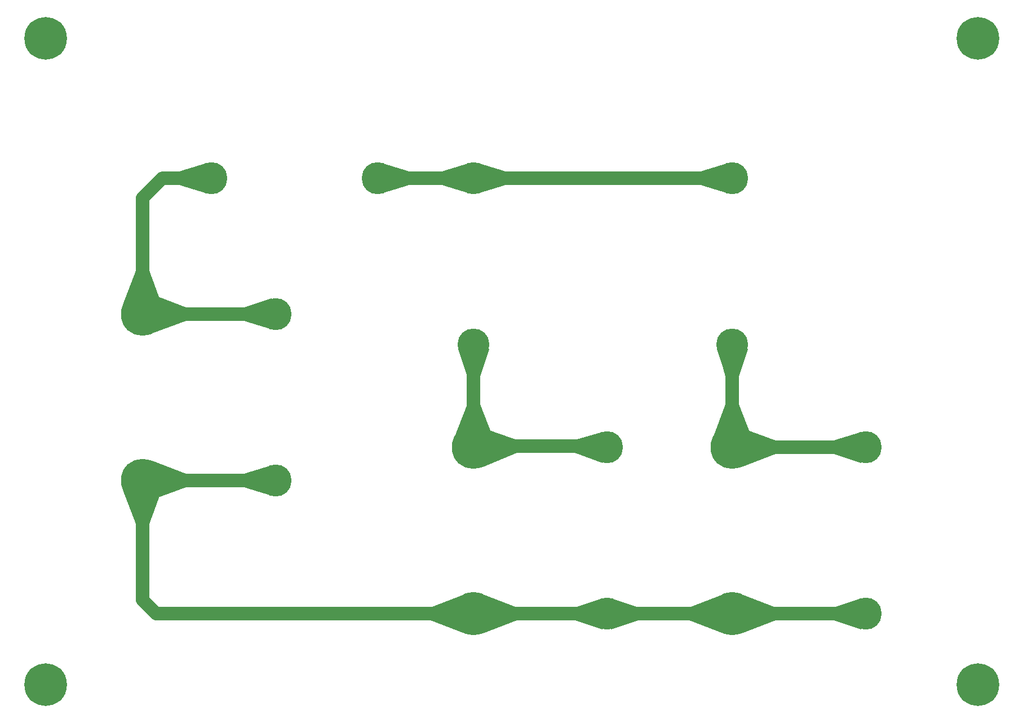
<source format=gbr>
%TF.GenerationSoftware,KiCad,Pcbnew,8.0.2*%
%TF.CreationDate,2024-06-17T23:42:06+07:00*%
%TF.ProjectId,Parallel Circuit,50617261-6c6c-4656-9c20-436972637569,rev?*%
%TF.SameCoordinates,Original*%
%TF.FileFunction,Copper,L2,Bot*%
%TF.FilePolarity,Positive*%
%FSLAX46Y46*%
G04 Gerber Fmt 4.6, Leading zero omitted, Abs format (unit mm)*
G04 Created by KiCad (PCBNEW 8.0.2) date 2024-06-17 23:42:06*
%MOMM*%
%LPD*%
G01*
G04 APERTURE LIST*
%TA.AperFunction,ComponentPad*%
%ADD10C,4.800000*%
%TD*%
%TA.AperFunction,ComponentPad*%
%ADD11C,6.400000*%
%TD*%
%TA.AperFunction,ComponentPad*%
%ADD12C,6.500000*%
%TD*%
%TA.AperFunction,Conductor*%
%ADD13C,2.000000*%
%TD*%
G04 APERTURE END LIST*
D10*
%TO.P,MES2,1,-*%
%TO.N,GND*%
X167301000Y-131650000D03*
%TO.P,MES2,2,+*%
%TO.N,Net-(A2--)*%
X167301000Y-106650000D03*
%TD*%
D11*
%TO.P,H1,1*%
%TO.N,N/C*%
X83000000Y-45250000D03*
%TD*%
%TO.P,H3,1*%
%TO.N,N/C*%
X83000000Y-142250000D03*
%TD*%
D10*
%TO.P,A2,1,-*%
%TO.N,Net-(A2--)*%
X147300000Y-91250000D03*
%TO.P,A2,2,+*%
%TO.N,Net-(A1--)*%
X147300000Y-66250000D03*
%TD*%
D12*
%TO.P,V1,1*%
%TO.N,Net-(A1-+)*%
X97550000Y-86625000D03*
%TO.P,V1,2*%
%TO.N,GND*%
X97550000Y-111625000D03*
%TD*%
%TO.P,R1,1*%
%TO.N,GND*%
X147300000Y-131650000D03*
%TO.P,R1,2*%
%TO.N,Net-(A2--)*%
X147300000Y-106650000D03*
%TD*%
D10*
%TO.P,A1,1,-*%
%TO.N,Net-(A1--)*%
X132850000Y-66250000D03*
%TO.P,A1,2,+*%
%TO.N,Net-(A1-+)*%
X107850000Y-66250000D03*
%TD*%
%TO.P,A3,1,-*%
%TO.N,Net-(A3--)*%
X186150000Y-91250000D03*
%TO.P,A3,2,+*%
%TO.N,Net-(A1--)*%
X186150000Y-66250000D03*
%TD*%
%TO.P,MES1,1,-*%
%TO.N,GND*%
X117550000Y-111625000D03*
%TO.P,MES1,2,+*%
%TO.N,Net-(A1-+)*%
X117550000Y-86625000D03*
%TD*%
D11*
%TO.P,H2,1*%
%TO.N,N/C*%
X223000000Y-45250000D03*
%TD*%
%TO.P,H4,1*%
%TO.N,N/C*%
X223000000Y-142250000D03*
%TD*%
D10*
%TO.P,MES3,1,-*%
%TO.N,GND*%
X206150000Y-131650000D03*
%TO.P,MES3,2,+*%
%TO.N,Net-(A3--)*%
X206150000Y-106650000D03*
%TD*%
D12*
%TO.P,R2,1*%
%TO.N,GND*%
X186150000Y-131650000D03*
%TO.P,R2,2*%
%TO.N,Net-(A3--)*%
X186150000Y-106650000D03*
%TD*%
D13*
%TO.N,Net-(A1-+)*%
X107850000Y-66250000D02*
X100500000Y-66250000D01*
X97550000Y-69200000D02*
X97550000Y-86625000D01*
X100500000Y-66250000D02*
X97550000Y-69200000D01*
X97550000Y-86625000D02*
X117550000Y-86625000D01*
%TO.N,Net-(A1--)*%
X185950000Y-66250000D02*
X147450000Y-66250000D01*
X186150000Y-66600000D02*
X185950000Y-66400000D01*
X147450000Y-66400000D02*
X147300000Y-66250000D01*
X132200000Y-66400000D02*
X132000000Y-66600000D01*
X132850000Y-66250000D02*
X147300000Y-66250000D01*
%TO.N,Net-(A2--)*%
X147300000Y-91600000D02*
X147300000Y-106650000D01*
X167400000Y-106500000D02*
X147450000Y-106500000D01*
X147450000Y-106500000D02*
X147300000Y-106650000D01*
%TO.N,Net-(A3--)*%
X204650000Y-106650000D02*
X204700000Y-106600000D01*
X186150000Y-91600000D02*
X186150000Y-106650000D01*
X186150000Y-106650000D02*
X206150000Y-106650000D01*
%TO.N,GND*%
X99550000Y-131600000D02*
X100700000Y-131600000D01*
X100700000Y-131600000D02*
X101500000Y-131600000D01*
X167301000Y-131650000D02*
X186150000Y-131650000D01*
X100700000Y-131600000D02*
X100750000Y-131650000D01*
X97550000Y-111625000D02*
X117550000Y-111625000D01*
X147300000Y-131650000D02*
X167301000Y-131650000D01*
X101550000Y-131650000D02*
X147300000Y-131650000D01*
X186150000Y-131650000D02*
X206150000Y-131650000D01*
X204650000Y-131650000D02*
X204700000Y-131600000D01*
X101500000Y-131600000D02*
X101550000Y-131650000D01*
X97550000Y-111625000D02*
X97550000Y-129600000D01*
X97550000Y-129600000D02*
X99550000Y-131600000D01*
%TD*%
%TA.AperFunction,Conductor*%
%TO.N,Net-(A1-+)*%
G36*
X98550194Y-80128427D02*
G01*
X98552862Y-80132555D01*
X100474349Y-85204848D01*
X100474075Y-85213799D01*
X100468487Y-85219533D01*
X97555079Y-86623552D01*
X97546139Y-86624057D01*
X97544921Y-86623552D01*
X94631512Y-85219533D01*
X94625546Y-85212854D01*
X94625649Y-85204849D01*
X96547138Y-80132554D01*
X96553273Y-80126033D01*
X96558079Y-80125000D01*
X98541921Y-80125000D01*
X98550194Y-80128427D01*
G37*
%TD.AperFunction*%
%TD*%
%TA.AperFunction,Conductor*%
%TO.N,GND*%
G36*
X97555069Y-111626442D02*
G01*
X99608559Y-112616052D01*
X100468487Y-113030466D01*
X100474453Y-113037145D01*
X100474349Y-113045151D01*
X98552862Y-118117445D01*
X98546727Y-118123967D01*
X98541921Y-118125000D01*
X96558079Y-118125000D01*
X96549806Y-118121573D01*
X96547138Y-118117445D01*
X94625650Y-113045151D01*
X94625924Y-113036200D01*
X94631512Y-113030466D01*
X97544922Y-111626446D01*
X97553861Y-111625942D01*
X97555069Y-111626442D01*
G37*
%TD.AperFunction*%
%TD*%
%TA.AperFunction,Conductor*%
%TO.N,Net-(A1-+)*%
G36*
X116926102Y-84311232D02*
G01*
X116931859Y-84318091D01*
X116932001Y-84318578D01*
X117550186Y-86621967D01*
X117550186Y-86628033D01*
X116932001Y-88931421D01*
X116926547Y-88938523D01*
X116917668Y-88939688D01*
X116917181Y-88939546D01*
X112758180Y-87627580D01*
X112751321Y-87621823D01*
X112750000Y-87616422D01*
X112750000Y-85633577D01*
X112753427Y-85625304D01*
X112758177Y-85622420D01*
X116917183Y-84310453D01*
X116926102Y-84311232D01*
G37*
%TD.AperFunction*%
%TD*%
%TA.AperFunction,Conductor*%
%TO.N,GND*%
G36*
X145888799Y-128725924D02*
G01*
X145894533Y-128731512D01*
X147298552Y-131644921D01*
X147299057Y-131653861D01*
X147298552Y-131655079D01*
X145894533Y-134568487D01*
X145887854Y-134574453D01*
X145879848Y-134574349D01*
X140807555Y-132652861D01*
X140801033Y-132646726D01*
X140800000Y-132641920D01*
X140800000Y-130658079D01*
X140803427Y-130649806D01*
X140807555Y-130647138D01*
X145879849Y-128725650D01*
X145888799Y-128725924D01*
G37*
%TD.AperFunction*%
%TD*%
%TA.AperFunction,Conductor*%
%TO.N,GND*%
G36*
X166677102Y-129336232D02*
G01*
X166682859Y-129343091D01*
X166683001Y-129343578D01*
X167301186Y-131646967D01*
X167301186Y-131653033D01*
X166683001Y-133956421D01*
X166677547Y-133963523D01*
X166668668Y-133964688D01*
X166668181Y-133964546D01*
X162509180Y-132652580D01*
X162502321Y-132646823D01*
X162501000Y-132641422D01*
X162501000Y-130658577D01*
X162504427Y-130650304D01*
X162509177Y-130647420D01*
X166668183Y-129335453D01*
X166677102Y-129336232D01*
G37*
%TD.AperFunction*%
%TD*%
%TA.AperFunction,Conductor*%
%TO.N,GND*%
G36*
X148720151Y-128725650D02*
G01*
X153792445Y-130647138D01*
X153798967Y-130653273D01*
X153800000Y-130658079D01*
X153800000Y-132641920D01*
X153796573Y-132650193D01*
X153792445Y-132652861D01*
X148720151Y-134574349D01*
X148711200Y-134574075D01*
X148705466Y-134568487D01*
X148291052Y-133708559D01*
X147301446Y-131655077D01*
X147300942Y-131646139D01*
X147301442Y-131644930D01*
X148705466Y-128731511D01*
X148712145Y-128725546D01*
X148720151Y-128725650D01*
G37*
%TD.AperFunction*%
%TD*%
%TA.AperFunction,Conductor*%
%TO.N,Net-(A3--)*%
G36*
X205526102Y-104336232D02*
G01*
X205531859Y-104343091D01*
X205532001Y-104343578D01*
X206150186Y-106646967D01*
X206150186Y-106653033D01*
X205532001Y-108956421D01*
X205526547Y-108963523D01*
X205517668Y-108964688D01*
X205517181Y-108964546D01*
X201358180Y-107652580D01*
X201351321Y-107646823D01*
X201350000Y-107641422D01*
X201350000Y-105658577D01*
X201353427Y-105650304D01*
X201358177Y-105647420D01*
X205517183Y-104335453D01*
X205526102Y-104336232D01*
G37*
%TD.AperFunction*%
%TD*%
%TA.AperFunction,Conductor*%
%TO.N,GND*%
G36*
X187570151Y-128725650D02*
G01*
X192642445Y-130647138D01*
X192648967Y-130653273D01*
X192650000Y-130658079D01*
X192650000Y-132641920D01*
X192646573Y-132650193D01*
X192642445Y-132652861D01*
X187570151Y-134574349D01*
X187561200Y-134574075D01*
X187555466Y-134568487D01*
X187141052Y-133708559D01*
X186151446Y-131655077D01*
X186150942Y-131646139D01*
X186151442Y-131644930D01*
X187555466Y-128731511D01*
X187562145Y-128725546D01*
X187570151Y-128725650D01*
G37*
%TD.AperFunction*%
%TD*%
%TA.AperFunction,Conductor*%
%TO.N,GND*%
G36*
X116926102Y-109311232D02*
G01*
X116931859Y-109318091D01*
X116932001Y-109318578D01*
X117550186Y-111621967D01*
X117550186Y-111628033D01*
X116932001Y-113931421D01*
X116926547Y-113938523D01*
X116917668Y-113939688D01*
X116917181Y-113939546D01*
X112758180Y-112627580D01*
X112751321Y-112621823D01*
X112750000Y-112616422D01*
X112750000Y-110633577D01*
X112753427Y-110625304D01*
X112758177Y-110622420D01*
X116917183Y-109310453D01*
X116926102Y-109311232D01*
G37*
%TD.AperFunction*%
%TD*%
%TA.AperFunction,Conductor*%
%TO.N,GND*%
G36*
X184738799Y-128725924D02*
G01*
X184744533Y-128731512D01*
X186148552Y-131644921D01*
X186149057Y-131653861D01*
X186148552Y-131655079D01*
X184744533Y-134568487D01*
X184737854Y-134574453D01*
X184729848Y-134574349D01*
X179657555Y-132652861D01*
X179651033Y-132646726D01*
X179650000Y-132641920D01*
X179650000Y-130658079D01*
X179653427Y-130649806D01*
X179657555Y-130647138D01*
X184729849Y-128725650D01*
X184738799Y-128725924D01*
G37*
%TD.AperFunction*%
%TD*%
%TA.AperFunction,Conductor*%
%TO.N,Net-(A3--)*%
G36*
X188456422Y-91867999D02*
G01*
X188463523Y-91873452D01*
X188464688Y-91882331D01*
X188464546Y-91882818D01*
X187152580Y-96041820D01*
X187146823Y-96048679D01*
X187141422Y-96050000D01*
X185158578Y-96050000D01*
X185150305Y-96046573D01*
X185147420Y-96041820D01*
X184648012Y-94458671D01*
X183835453Y-91882816D01*
X183836232Y-91873897D01*
X183843091Y-91868140D01*
X183843530Y-91868011D01*
X186146971Y-91249813D01*
X186153029Y-91249813D01*
X188456422Y-91867999D01*
G37*
%TD.AperFunction*%
%TD*%
%TA.AperFunction,Conductor*%
%TO.N,Net-(A1-+)*%
G36*
X107226102Y-63936232D02*
G01*
X107231859Y-63943091D01*
X107232001Y-63943578D01*
X107850186Y-66246967D01*
X107850186Y-66253033D01*
X107232001Y-68556421D01*
X107226547Y-68563523D01*
X107217668Y-68564688D01*
X107217181Y-68564546D01*
X103058180Y-67252580D01*
X103051321Y-67246823D01*
X103050000Y-67241422D01*
X103050000Y-65258577D01*
X103053427Y-65250304D01*
X103058177Y-65247420D01*
X107217183Y-63935453D01*
X107226102Y-63936232D01*
G37*
%TD.AperFunction*%
%TD*%
%TA.AperFunction,Conductor*%
%TO.N,Net-(A2--)*%
G36*
X148300194Y-100153427D02*
G01*
X148302862Y-100157555D01*
X150224349Y-105229848D01*
X150224075Y-105238799D01*
X150218487Y-105244533D01*
X147305079Y-106648552D01*
X147296139Y-106649057D01*
X147294921Y-106648552D01*
X144381512Y-105244533D01*
X144375546Y-105237854D01*
X144375649Y-105229849D01*
X146297138Y-100157554D01*
X146303273Y-100151033D01*
X146308079Y-100150000D01*
X148291921Y-100150000D01*
X148300194Y-100153427D01*
G37*
%TD.AperFunction*%
%TD*%
%TA.AperFunction,Conductor*%
%TO.N,Net-(A1--)*%
G36*
X185526102Y-63936232D02*
G01*
X185531859Y-63943091D01*
X185532001Y-63943578D01*
X186150186Y-66246967D01*
X186150186Y-66253033D01*
X185532001Y-68556421D01*
X185526547Y-68563523D01*
X185517668Y-68564688D01*
X185517181Y-68564546D01*
X181358180Y-67252580D01*
X181351321Y-67246823D01*
X181350000Y-67241422D01*
X181350000Y-65258577D01*
X181353427Y-65250304D01*
X181358177Y-65247420D01*
X185517183Y-63935453D01*
X185526102Y-63936232D01*
G37*
%TD.AperFunction*%
%TD*%
%TA.AperFunction,Conductor*%
%TO.N,Net-(A2--)*%
G36*
X149606422Y-91867999D02*
G01*
X149613523Y-91873452D01*
X149614688Y-91882331D01*
X149614546Y-91882818D01*
X148302580Y-96041820D01*
X148296823Y-96048679D01*
X148291422Y-96050000D01*
X146308578Y-96050000D01*
X146300305Y-96046573D01*
X146297420Y-96041820D01*
X145798012Y-94458671D01*
X144985453Y-91882816D01*
X144986232Y-91873897D01*
X144993091Y-91868140D01*
X144993530Y-91868011D01*
X147296971Y-91249813D01*
X147303029Y-91249813D01*
X149606422Y-91867999D01*
G37*
%TD.AperFunction*%
%TD*%
%TA.AperFunction,Conductor*%
%TO.N,GND*%
G36*
X98970151Y-108700650D02*
G01*
X104042445Y-110622138D01*
X104048967Y-110628273D01*
X104050000Y-110633079D01*
X104050000Y-112616920D01*
X104046573Y-112625193D01*
X104042445Y-112627861D01*
X98970151Y-114549349D01*
X98961200Y-114549075D01*
X98955466Y-114543487D01*
X98541052Y-113683559D01*
X97551446Y-111630077D01*
X97550942Y-111621139D01*
X97551442Y-111619930D01*
X98955466Y-108706511D01*
X98962145Y-108700546D01*
X98970151Y-108700650D01*
G37*
%TD.AperFunction*%
%TD*%
%TA.AperFunction,Conductor*%
%TO.N,GND*%
G36*
X205526102Y-129336232D02*
G01*
X205531859Y-129343091D01*
X205532001Y-129343578D01*
X206150186Y-131646967D01*
X206150186Y-131653033D01*
X205532001Y-133956421D01*
X205526547Y-133963523D01*
X205517668Y-133964688D01*
X205517181Y-133964546D01*
X201358180Y-132652580D01*
X201351321Y-132646823D01*
X201350000Y-132641422D01*
X201350000Y-130658577D01*
X201353427Y-130650304D01*
X201358177Y-130647420D01*
X205517183Y-129335453D01*
X205526102Y-129336232D01*
G37*
%TD.AperFunction*%
%TD*%
%TA.AperFunction,Conductor*%
%TO.N,Net-(A2--)*%
G36*
X148719990Y-103725309D02*
G01*
X153775269Y-105497255D01*
X153781943Y-105503225D01*
X153783099Y-105508296D01*
X153783099Y-107492149D01*
X153779672Y-107500422D01*
X153775834Y-107502976D01*
X148720314Y-109573973D01*
X148711359Y-109573938D01*
X148705339Y-109568225D01*
X147301446Y-106655077D01*
X147300942Y-106646139D01*
X147301442Y-106644930D01*
X148705582Y-103731270D01*
X148712260Y-103725306D01*
X148719990Y-103725309D01*
G37*
%TD.AperFunction*%
%TD*%
%TA.AperFunction,Conductor*%
%TO.N,Net-(A2--)*%
G36*
X166677330Y-104336040D02*
G01*
X166682866Y-104343078D01*
X166682902Y-104343209D01*
X167301186Y-106646967D01*
X167301186Y-106653033D01*
X166683110Y-108956014D01*
X166677656Y-108963116D01*
X166668777Y-108964281D01*
X166667915Y-108964014D01*
X162528553Y-107502755D01*
X162521893Y-107496769D01*
X162520748Y-107491722D01*
X162520748Y-105508866D01*
X162524175Y-105500593D01*
X162529282Y-105497602D01*
X166668440Y-104334978D01*
X166677330Y-104336040D01*
G37*
%TD.AperFunction*%
%TD*%
%TA.AperFunction,Conductor*%
%TO.N,Net-(A3--)*%
G36*
X187150194Y-100153427D02*
G01*
X187152862Y-100157555D01*
X189074349Y-105229848D01*
X189074075Y-105238799D01*
X189068487Y-105244533D01*
X186155079Y-106648552D01*
X186146139Y-106649057D01*
X186144921Y-106648552D01*
X183231512Y-105244533D01*
X183225546Y-105237854D01*
X183225649Y-105229849D01*
X185147138Y-100157554D01*
X185153273Y-100151033D01*
X185158079Y-100150000D01*
X187141921Y-100150000D01*
X187150194Y-100153427D01*
G37*
%TD.AperFunction*%
%TD*%
%TA.AperFunction,Conductor*%
%TO.N,Net-(A1--)*%
G36*
X146676102Y-63936232D02*
G01*
X146681859Y-63943091D01*
X146682001Y-63943578D01*
X147300186Y-66246967D01*
X147300186Y-66253033D01*
X146682001Y-68556421D01*
X146676547Y-68563523D01*
X146667668Y-68564688D01*
X146667181Y-68564546D01*
X142508180Y-67252580D01*
X142501321Y-67246823D01*
X142500000Y-67241422D01*
X142500000Y-65258577D01*
X142503427Y-65250304D01*
X142508177Y-65247420D01*
X146667183Y-63935453D01*
X146676102Y-63936232D01*
G37*
%TD.AperFunction*%
%TD*%
%TA.AperFunction,Conductor*%
%TO.N,Net-(A1--)*%
G36*
X133482790Y-63935445D02*
G01*
X137641821Y-65247419D01*
X137648679Y-65253176D01*
X137650000Y-65258577D01*
X137650000Y-67241422D01*
X137646573Y-67249695D01*
X137641820Y-67252580D01*
X133482818Y-68564546D01*
X133473897Y-68563767D01*
X133468140Y-68556908D01*
X133468008Y-68556457D01*
X132849813Y-66253029D01*
X132849813Y-66246970D01*
X133467999Y-63943575D01*
X133473452Y-63936476D01*
X133482331Y-63935311D01*
X133482790Y-63935445D01*
G37*
%TD.AperFunction*%
%TD*%
%TA.AperFunction,Conductor*%
%TO.N,Net-(A1--)*%
G36*
X147932790Y-63935445D02*
G01*
X152091821Y-65247419D01*
X152098679Y-65253176D01*
X152100000Y-65258577D01*
X152100000Y-67241422D01*
X152096573Y-67249695D01*
X152091820Y-67252580D01*
X147932818Y-68564546D01*
X147923897Y-68563767D01*
X147918140Y-68556908D01*
X147918008Y-68556457D01*
X147299813Y-66253029D01*
X147299813Y-66246970D01*
X147917999Y-63943575D01*
X147923452Y-63936476D01*
X147932331Y-63935311D01*
X147932790Y-63935445D01*
G37*
%TD.AperFunction*%
%TD*%
%TA.AperFunction,Conductor*%
%TO.N,Net-(A1-+)*%
G36*
X98970151Y-83700650D02*
G01*
X104042445Y-85622138D01*
X104048967Y-85628273D01*
X104050000Y-85633079D01*
X104050000Y-87616920D01*
X104046573Y-87625193D01*
X104042445Y-87627861D01*
X98970151Y-89549349D01*
X98961200Y-89549075D01*
X98955466Y-89543487D01*
X98541052Y-88683559D01*
X97551446Y-86630077D01*
X97550942Y-86621139D01*
X97551442Y-86619930D01*
X98955466Y-83706511D01*
X98962145Y-83700546D01*
X98970151Y-83700650D01*
G37*
%TD.AperFunction*%
%TD*%
%TA.AperFunction,Conductor*%
%TO.N,GND*%
G36*
X167933790Y-129335445D02*
G01*
X172092821Y-130647419D01*
X172099679Y-130653176D01*
X172101000Y-130658577D01*
X172101000Y-132641422D01*
X172097573Y-132649695D01*
X172092820Y-132652580D01*
X167933818Y-133964546D01*
X167924897Y-133963767D01*
X167919140Y-133956908D01*
X167919008Y-133956457D01*
X167300813Y-131653029D01*
X167300813Y-131646970D01*
X167918999Y-129343575D01*
X167924452Y-129336476D01*
X167933331Y-129335311D01*
X167933790Y-129335445D01*
G37*
%TD.AperFunction*%
%TD*%
%TA.AperFunction,Conductor*%
%TO.N,Net-(A3--)*%
G36*
X187570151Y-103725650D02*
G01*
X192642445Y-105647138D01*
X192648967Y-105653273D01*
X192650000Y-105658079D01*
X192650000Y-107641920D01*
X192646573Y-107650193D01*
X192642445Y-107652861D01*
X187570151Y-109574349D01*
X187561200Y-109574075D01*
X187555466Y-109568487D01*
X187141052Y-108708559D01*
X186151446Y-106655077D01*
X186150942Y-106646139D01*
X186151442Y-106644930D01*
X187555466Y-103731511D01*
X187562145Y-103725546D01*
X187570151Y-103725650D01*
G37*
%TD.AperFunction*%
%TD*%
M02*

</source>
